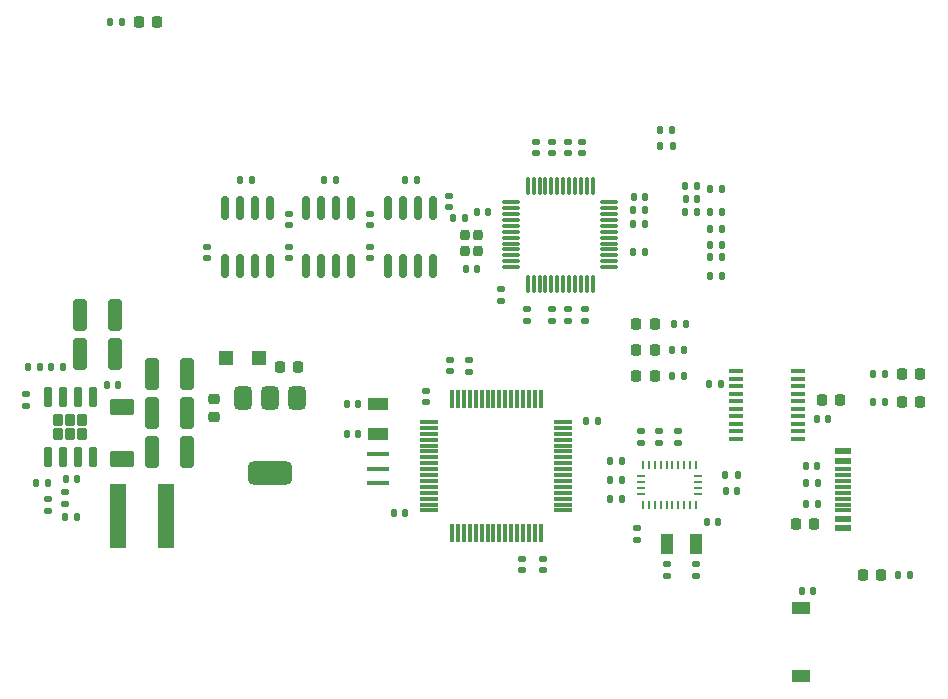
<source format=gbr>
%TF.GenerationSoftware,KiCad,Pcbnew,9.0.6-9.0.6~ubuntu22.04.1*%
%TF.CreationDate,2025-12-31T09:15:03+09:00*%
%TF.ProjectId,GN10Mainboard,474e3130-4d61-4696-9e62-6f6172642e6b,rev?*%
%TF.SameCoordinates,Original*%
%TF.FileFunction,Paste,Top*%
%TF.FilePolarity,Positive*%
%FSLAX46Y46*%
G04 Gerber Fmt 4.6, Leading zero omitted, Abs format (unit mm)*
G04 Created by KiCad (PCBNEW 9.0.6-9.0.6~ubuntu22.04.1) date 2025-12-31 09:15:03*
%MOMM*%
%LPD*%
G01*
G04 APERTURE LIST*
G04 Aperture macros list*
%AMRoundRect*
0 Rectangle with rounded corners*
0 $1 Rounding radius*
0 $2 $3 $4 $5 $6 $7 $8 $9 X,Y pos of 4 corners*
0 Add a 4 corners polygon primitive as box body*
4,1,4,$2,$3,$4,$5,$6,$7,$8,$9,$2,$3,0*
0 Add four circle primitives for the rounded corners*
1,1,$1+$1,$2,$3*
1,1,$1+$1,$4,$5*
1,1,$1+$1,$6,$7*
1,1,$1+$1,$8,$9*
0 Add four rect primitives between the rounded corners*
20,1,$1+$1,$2,$3,$4,$5,0*
20,1,$1+$1,$4,$5,$6,$7,0*
20,1,$1+$1,$6,$7,$8,$9,0*
20,1,$1+$1,$8,$9,$2,$3,0*%
G04 Aperture macros list end*
%ADD10RoundRect,0.140000X0.170000X-0.140000X0.170000X0.140000X-0.170000X0.140000X-0.170000X-0.140000X0*%
%ADD11RoundRect,0.140000X-0.140000X-0.170000X0.140000X-0.170000X0.140000X0.170000X-0.140000X0.170000X0*%
%ADD12RoundRect,0.140000X0.140000X0.170000X-0.140000X0.170000X-0.140000X-0.170000X0.140000X-0.170000X0*%
%ADD13RoundRect,0.200000X-0.200000X0.250000X-0.200000X-0.250000X0.200000X-0.250000X0.200000X0.250000X0*%
%ADD14RoundRect,0.140000X-0.170000X0.140000X-0.170000X-0.140000X0.170000X-0.140000X0.170000X0.140000X0*%
%ADD15RoundRect,0.250000X0.325000X1.100000X-0.325000X1.100000X-0.325000X-1.100000X0.325000X-1.100000X0*%
%ADD16RoundRect,0.135000X-0.135000X-0.185000X0.135000X-0.185000X0.135000X0.185000X-0.135000X0.185000X0*%
%ADD17RoundRect,0.075000X-0.700000X-0.075000X0.700000X-0.075000X0.700000X0.075000X-0.700000X0.075000X0*%
%ADD18RoundRect,0.075000X-0.075000X-0.700000X0.075000X-0.700000X0.075000X0.700000X-0.075000X0.700000X0*%
%ADD19RoundRect,0.150000X0.150000X-0.825000X0.150000X0.825000X-0.150000X0.825000X-0.150000X-0.825000X0*%
%ADD20RoundRect,0.225000X0.225000X0.250000X-0.225000X0.250000X-0.225000X-0.250000X0.225000X-0.250000X0*%
%ADD21RoundRect,0.222500X-0.222500X0.297500X-0.222500X-0.297500X0.222500X-0.297500X0.222500X0.297500X0*%
%ADD22RoundRect,0.150000X-0.150000X0.737500X-0.150000X-0.737500X0.150000X-0.737500X0.150000X0.737500X0*%
%ADD23R,1.200000X1.200000*%
%ADD24R,1.000000X1.800000*%
%ADD25RoundRect,0.135000X0.185000X-0.135000X0.185000X0.135000X-0.185000X0.135000X-0.185000X-0.135000X0*%
%ADD26RoundRect,0.135000X0.135000X0.185000X-0.135000X0.185000X-0.135000X-0.185000X0.135000X-0.185000X0*%
%ADD27RoundRect,0.218750X0.218750X0.256250X-0.218750X0.256250X-0.218750X-0.256250X0.218750X-0.256250X0*%
%ADD28RoundRect,0.075000X0.662500X0.075000X-0.662500X0.075000X-0.662500X-0.075000X0.662500X-0.075000X0*%
%ADD29RoundRect,0.075000X0.075000X0.662500X-0.075000X0.662500X-0.075000X-0.662500X0.075000X-0.662500X0*%
%ADD30RoundRect,0.250000X-0.325000X-1.100000X0.325000X-1.100000X0.325000X1.100000X-0.325000X1.100000X0*%
%ADD31RoundRect,0.135000X-0.185000X0.135000X-0.185000X-0.135000X0.185000X-0.135000X0.185000X0.135000X0*%
%ADD32R,1.900000X0.400000*%
%ADD33R,1.450000X0.600000*%
%ADD34R,1.450000X0.300000*%
%ADD35RoundRect,0.225000X-0.225000X-0.250000X0.225000X-0.250000X0.225000X0.250000X-0.225000X0.250000X0*%
%ADD36RoundRect,0.218750X-0.218750X-0.256250X0.218750X-0.256250X0.218750X0.256250X-0.218750X0.256250X0*%
%ADD37R,1.800000X1.000000*%
%ADD38RoundRect,0.375000X-0.375000X0.625000X-0.375000X-0.625000X0.375000X-0.625000X0.375000X0.625000X0*%
%ADD39RoundRect,0.500000X-1.400000X0.500000X-1.400000X-0.500000X1.400000X-0.500000X1.400000X0.500000X0*%
%ADD40RoundRect,0.250000X0.800000X-0.450000X0.800000X0.450000X-0.800000X0.450000X-0.800000X-0.450000X0*%
%ADD41R,1.200000X0.400000*%
%ADD42R,0.254000X0.675000*%
%ADD43R,0.675000X0.254000*%
%ADD44R,1.600000X1.050000*%
%ADD45RoundRect,0.250000X-0.465000X-2.500000X0.465000X-2.500000X0.465000X2.500000X-0.465000X2.500000X0*%
%ADD46RoundRect,0.225000X-0.250000X0.225000X-0.250000X-0.225000X0.250000X-0.225000X0.250000X0.225000X0*%
G04 APERTURE END LIST*
D10*
%TO.C,C36*%
X176072500Y-103577500D03*
X176072500Y-102617500D03*
%TD*%
D11*
%TO.C,C13*%
X136190000Y-134400000D03*
X137150000Y-134400000D03*
%TD*%
D12*
%TO.C,C27*%
X199880000Y-130100000D03*
X198920000Y-130100000D03*
%TD*%
D13*
%TO.C,Y3*%
X170050000Y-110500000D03*
X171150000Y-110500000D03*
X170050000Y-111900000D03*
X171150000Y-111900000D03*
%TD*%
D14*
%TO.C,C7*%
X174900000Y-137920000D03*
X174900000Y-138880000D03*
%TD*%
D15*
%TO.C,C16*%
X146475000Y-125600000D03*
X143525000Y-125600000D03*
%TD*%
D16*
%TO.C,R45*%
X158090000Y-105875000D03*
X159110000Y-105875000D03*
%TD*%
D17*
%TO.C,U4*%
X167025000Y-126350000D03*
X167025000Y-126850000D03*
X167025000Y-127350000D03*
X167025000Y-127850000D03*
X167025000Y-128350000D03*
X167025000Y-128850000D03*
X167025000Y-129350000D03*
X167025000Y-129850000D03*
X167025000Y-130350000D03*
X167025000Y-130850000D03*
X167025000Y-131350000D03*
X167025000Y-131850000D03*
X167025000Y-132350000D03*
X167025000Y-132850000D03*
X167025000Y-133350000D03*
X167025000Y-133850000D03*
D18*
X168950000Y-135775000D03*
X169450000Y-135775000D03*
X169950000Y-135775000D03*
X170450000Y-135775000D03*
X170950000Y-135775000D03*
X171450000Y-135775000D03*
X171950000Y-135775000D03*
X172450000Y-135775000D03*
X172950000Y-135775000D03*
X173450000Y-135775000D03*
X173950000Y-135775000D03*
X174450000Y-135775000D03*
X174950000Y-135775000D03*
X175450000Y-135775000D03*
X175950000Y-135775000D03*
X176450000Y-135775000D03*
D17*
X178375000Y-133850000D03*
X178375000Y-133350000D03*
X178375000Y-132850000D03*
X178375000Y-132350000D03*
X178375000Y-131850000D03*
X178375000Y-131350000D03*
X178375000Y-130850000D03*
X178375000Y-130350000D03*
X178375000Y-129850000D03*
X178375000Y-129350000D03*
X178375000Y-128850000D03*
X178375000Y-128350000D03*
X178375000Y-127850000D03*
X178375000Y-127350000D03*
X178375000Y-126850000D03*
X178375000Y-126350000D03*
D18*
X176450000Y-124425000D03*
X175950000Y-124425000D03*
X175450000Y-124425000D03*
X174950000Y-124425000D03*
X174450000Y-124425000D03*
X173950000Y-124425000D03*
X173450000Y-124425000D03*
X172950000Y-124425000D03*
X172450000Y-124425000D03*
X171950000Y-124425000D03*
X171450000Y-124425000D03*
X170950000Y-124425000D03*
X170450000Y-124425000D03*
X169950000Y-124425000D03*
X169450000Y-124425000D03*
X168950000Y-124425000D03*
%TD*%
D11*
%TO.C,C30*%
X184320000Y-107300000D03*
X185280000Y-107300000D03*
%TD*%
D19*
%TO.C,U5*%
X149695000Y-113175000D03*
X150965000Y-113175000D03*
X152235000Y-113175000D03*
X153505000Y-113175000D03*
X153505000Y-108225000D03*
X152235000Y-108225000D03*
X150965000Y-108225000D03*
X149695000Y-108225000D03*
%TD*%
D20*
%TO.C,C41*%
X199575000Y-135000000D03*
X198025000Y-135000000D03*
%TD*%
D16*
%TO.C,R8*%
X187602500Y-122500000D03*
X188622500Y-122500000D03*
%TD*%
D21*
%TO.C,U1*%
X137652500Y-126162500D03*
X136622500Y-126162500D03*
X135592500Y-126162500D03*
X137652500Y-127362500D03*
X136622500Y-127362500D03*
X135592500Y-127362500D03*
D22*
X138527500Y-124200000D03*
X137257500Y-124200000D03*
X135987500Y-124200000D03*
X134717500Y-124200000D03*
X134717500Y-129325000D03*
X135987500Y-129325000D03*
X137257500Y-129325000D03*
X138527500Y-129325000D03*
%TD*%
D12*
%TO.C,C31*%
X171980000Y-108600000D03*
X171020000Y-108600000D03*
%TD*%
D10*
%TO.C,C19*%
X155100000Y-109680000D03*
X155100000Y-108720000D03*
%TD*%
D23*
%TO.C,D1*%
X149800000Y-120900000D03*
X152600000Y-120900000D03*
%TD*%
D24*
%TO.C,Y7*%
X189600000Y-136700000D03*
X187100000Y-136700000D03*
%TD*%
D16*
%TO.C,R25*%
X186590000Y-103000000D03*
X187610000Y-103000000D03*
%TD*%
D15*
%TO.C,C18*%
X146475000Y-128900000D03*
X143525000Y-128900000D03*
%TD*%
D11*
%TO.C,C11*%
X180320000Y-126300000D03*
X181280000Y-126300000D03*
%TD*%
D25*
%TO.C,R18*%
X175300000Y-117800000D03*
X175300000Y-116780000D03*
%TD*%
D11*
%TO.C,C28*%
X184292500Y-112000000D03*
X185252500Y-112000000D03*
%TD*%
D14*
%TO.C,C24*%
X162000000Y-111520000D03*
X162000000Y-112480000D03*
%TD*%
D11*
%TO.C,C14*%
X136220000Y-131200000D03*
X137180000Y-131200000D03*
%TD*%
D16*
%TO.C,R46*%
X164990000Y-105875000D03*
X166010000Y-105875000D03*
%TD*%
D12*
%TO.C,C38*%
X191780000Y-106600000D03*
X190820000Y-106600000D03*
%TD*%
D26*
%TO.C,R28*%
X199900000Y-133300000D03*
X198880000Y-133300000D03*
%TD*%
D16*
%TO.C,R20*%
X188690000Y-106400000D03*
X189710000Y-106400000D03*
%TD*%
%TO.C,R39*%
X182280000Y-129700000D03*
X183300000Y-129700000D03*
%TD*%
D27*
%TO.C,D6*%
X186100000Y-120300000D03*
X184525000Y-120300000D03*
%TD*%
D28*
%TO.C,U8*%
X182262500Y-113250000D03*
X182262500Y-112750000D03*
X182262500Y-112250000D03*
X182262500Y-111750000D03*
X182262500Y-111250000D03*
X182262500Y-110750000D03*
X182262500Y-110250000D03*
X182262500Y-109750000D03*
X182262500Y-109250000D03*
X182262500Y-108750000D03*
X182262500Y-108250000D03*
X182262500Y-107750000D03*
D29*
X180850000Y-106337500D03*
X180350000Y-106337500D03*
X179850000Y-106337500D03*
X179350000Y-106337500D03*
X178850000Y-106337500D03*
X178350000Y-106337500D03*
X177850000Y-106337500D03*
X177350000Y-106337500D03*
X176850000Y-106337500D03*
X176350000Y-106337500D03*
X175850000Y-106337500D03*
X175350000Y-106337500D03*
D28*
X173937500Y-107750000D03*
X173937500Y-108250000D03*
X173937500Y-108750000D03*
X173937500Y-109250000D03*
X173937500Y-109750000D03*
X173937500Y-110250000D03*
X173937500Y-110750000D03*
X173937500Y-111250000D03*
X173937500Y-111750000D03*
X173937500Y-112250000D03*
X173937500Y-112750000D03*
X173937500Y-113250000D03*
D29*
X175350000Y-114662500D03*
X175850000Y-114662500D03*
X176350000Y-114662500D03*
X176850000Y-114662500D03*
X177350000Y-114662500D03*
X177850000Y-114662500D03*
X178350000Y-114662500D03*
X178850000Y-114662500D03*
X179350000Y-114662500D03*
X179850000Y-114662500D03*
X180350000Y-114662500D03*
X180850000Y-114662500D03*
%TD*%
D12*
%TO.C,C32*%
X170000000Y-109100000D03*
X169040000Y-109100000D03*
%TD*%
D30*
%TO.C,C26*%
X137427500Y-120600000D03*
X140377500Y-120600000D03*
%TD*%
D16*
%TO.C,R34*%
X182280000Y-132900000D03*
X183300000Y-132900000D03*
%TD*%
D31*
%TO.C,R4*%
X132900000Y-123990000D03*
X132900000Y-125010000D03*
%TD*%
D10*
%TO.C,C10*%
X168800000Y-122080000D03*
X168800000Y-121120000D03*
%TD*%
D32*
%TO.C,Y1*%
X162700000Y-129100000D03*
X162700000Y-130300000D03*
X162700000Y-131500000D03*
%TD*%
D16*
%TO.C,R1*%
X190790000Y-111400000D03*
X191810000Y-111400000D03*
%TD*%
D11*
%TO.C,C15*%
X139700000Y-123200000D03*
X140660000Y-123200000D03*
%TD*%
D16*
%TO.C,R10*%
X187702500Y-118100000D03*
X188722500Y-118100000D03*
%TD*%
D26*
%TO.C,R3*%
X134030000Y-121700000D03*
X133010000Y-121700000D03*
%TD*%
D14*
%TO.C,C59*%
X189600000Y-138420000D03*
X189600000Y-139380000D03*
%TD*%
D16*
%TO.C,R26*%
X186580000Y-101600000D03*
X187600000Y-101600000D03*
%TD*%
D25*
%TO.C,R15*%
X180200000Y-117810000D03*
X180200000Y-116790000D03*
%TD*%
D33*
%TO.C,J10*%
X202015000Y-135350000D03*
X202015000Y-134550000D03*
D34*
X202015000Y-133350000D03*
X202015000Y-132350000D03*
X202015000Y-131850000D03*
X202015000Y-130850000D03*
D33*
X202015000Y-129650000D03*
X202015000Y-128850000D03*
X202015000Y-128850000D03*
X202015000Y-129650000D03*
D34*
X202015000Y-130350000D03*
X202015000Y-131350000D03*
X202015000Y-132850000D03*
X202015000Y-133850000D03*
D33*
X202015000Y-134550000D03*
X202015000Y-135350000D03*
%TD*%
D11*
%TO.C,C55*%
X192120000Y-132237500D03*
X193080000Y-132237500D03*
%TD*%
D12*
%TO.C,C1*%
X191680000Y-123100000D03*
X190720000Y-123100000D03*
%TD*%
D35*
%TO.C,C25*%
X200250000Y-124500000D03*
X201800000Y-124500000D03*
%TD*%
D10*
%TO.C,C20*%
X162000000Y-109680000D03*
X162000000Y-108720000D03*
%TD*%
D31*
%TO.C,R37*%
X186500000Y-127127500D03*
X186500000Y-128147500D03*
%TD*%
D11*
%TO.C,C40*%
X190820000Y-108600000D03*
X191780000Y-108600000D03*
%TD*%
D16*
%TO.C,R35*%
X182280000Y-131300000D03*
X183300000Y-131300000D03*
%TD*%
D14*
%TO.C,C22*%
X148200000Y-111520000D03*
X148200000Y-112480000D03*
%TD*%
D25*
%TO.C,R33*%
X184600000Y-136347500D03*
X184600000Y-135327500D03*
%TD*%
D10*
%TO.C,C57*%
X188100000Y-128117500D03*
X188100000Y-127157500D03*
%TD*%
D11*
%TO.C,C56*%
X190520000Y-134837500D03*
X191480000Y-134837500D03*
%TD*%
D12*
%TO.C,C39*%
X189680000Y-107500000D03*
X188720000Y-107500000D03*
%TD*%
D14*
%TO.C,C58*%
X187100000Y-138420000D03*
X187100000Y-139380000D03*
%TD*%
D16*
%TO.C,R44*%
X150990000Y-105900000D03*
X152010000Y-105900000D03*
%TD*%
D36*
%TO.C,D9*%
X207012500Y-124700000D03*
X208587500Y-124700000D03*
%TD*%
D26*
%TO.C,R13*%
X134710000Y-131500000D03*
X133690000Y-131500000D03*
%TD*%
D11*
%TO.C,C61*%
X160020000Y-127400000D03*
X160980000Y-127400000D03*
%TD*%
D26*
%TO.C,R29*%
X205610000Y-124700000D03*
X204590000Y-124700000D03*
%TD*%
%TO.C,R6*%
X140990000Y-92500000D03*
X139970000Y-92500000D03*
%TD*%
D35*
%TO.C,C4*%
X154350000Y-121700000D03*
X155900000Y-121700000D03*
%TD*%
D25*
%TO.C,R12*%
X134700000Y-133910000D03*
X134700000Y-132890000D03*
%TD*%
%TO.C,R7*%
X170400000Y-122110000D03*
X170400000Y-121090000D03*
%TD*%
D15*
%TO.C,C17*%
X146475000Y-122300000D03*
X143525000Y-122300000D03*
%TD*%
D16*
%TO.C,R23*%
X184290000Y-108400000D03*
X185310000Y-108400000D03*
%TD*%
D10*
%TO.C,C9*%
X166700000Y-124680000D03*
X166700000Y-123720000D03*
%TD*%
D14*
%TO.C,C23*%
X155100000Y-111520000D03*
X155100000Y-112480000D03*
%TD*%
D16*
%TO.C,R9*%
X187602500Y-120300000D03*
X188622500Y-120300000D03*
%TD*%
%TO.C,R22*%
X188690000Y-108600000D03*
X189710000Y-108600000D03*
%TD*%
D10*
%TO.C,C34*%
X178772500Y-103577500D03*
X178772500Y-102617500D03*
%TD*%
D37*
%TO.C,Y6*%
X162700000Y-127350000D03*
X162700000Y-124850000D03*
%TD*%
D12*
%TO.C,C33*%
X171080000Y-113400000D03*
X170120000Y-113400000D03*
%TD*%
D19*
%TO.C,U6*%
X156595000Y-113175000D03*
X157865000Y-113175000D03*
X159135000Y-113175000D03*
X160405000Y-113175000D03*
X160405000Y-108225000D03*
X159135000Y-108225000D03*
X157865000Y-108225000D03*
X156595000Y-108225000D03*
%TD*%
D11*
%TO.C,C29*%
X184292500Y-109600000D03*
X185252500Y-109600000D03*
%TD*%
D31*
%TO.C,R11*%
X136200000Y-132290000D03*
X136200000Y-133310000D03*
%TD*%
D16*
%TO.C,R24*%
X190790000Y-114000000D03*
X191810000Y-114000000D03*
%TD*%
D19*
%TO.C,U7*%
X163495000Y-113175000D03*
X164765000Y-113175000D03*
X166035000Y-113175000D03*
X167305000Y-113175000D03*
X167305000Y-108225000D03*
X166035000Y-108225000D03*
X164765000Y-108225000D03*
X163495000Y-108225000D03*
%TD*%
D38*
%TO.C,U2*%
X155800000Y-124350000D03*
X153500000Y-124350000D03*
D39*
X153500000Y-130650000D03*
D38*
X151200000Y-124350000D03*
%TD*%
D10*
%TO.C,C35*%
X179972500Y-103577500D03*
X179972500Y-102617500D03*
%TD*%
D27*
%TO.C,D5*%
X186100000Y-122500000D03*
X184525000Y-122500000D03*
%TD*%
%TO.C,D7*%
X186100000Y-118100000D03*
X184525000Y-118100000D03*
%TD*%
D40*
%TO.C,D2*%
X141000000Y-129500000D03*
X141000000Y-125100000D03*
%TD*%
D16*
%TO.C,R5*%
X206690000Y-139300000D03*
X207710000Y-139300000D03*
%TD*%
D11*
%TO.C,C12*%
X199820000Y-126100000D03*
X200780000Y-126100000D03*
%TD*%
D41*
%TO.C,U11*%
X193000000Y-122042500D03*
X193000000Y-122677500D03*
X193000000Y-123312500D03*
X193000000Y-123947500D03*
X193000000Y-124582500D03*
X193000000Y-125217500D03*
X193000000Y-125852500D03*
X193000000Y-126487500D03*
X193000000Y-127122500D03*
X193000000Y-127757500D03*
X198200000Y-127757500D03*
X198200000Y-127122500D03*
X198200000Y-126487500D03*
X198200000Y-125852500D03*
X198200000Y-125217500D03*
X198200000Y-124582500D03*
X198200000Y-123947500D03*
X198200000Y-123312500D03*
X198200000Y-122677500D03*
X198200000Y-122042500D03*
%TD*%
D14*
%TO.C,C6*%
X176600000Y-137920000D03*
X176600000Y-138880000D03*
%TD*%
D12*
%TO.C,C42*%
X191780000Y-112400000D03*
X190820000Y-112400000D03*
%TD*%
D16*
%TO.C,R21*%
X190790000Y-110000000D03*
X191810000Y-110000000D03*
%TD*%
D36*
%TO.C,D8*%
X207012500Y-122300000D03*
X208587500Y-122300000D03*
%TD*%
D25*
%TO.C,R16*%
X178800000Y-117810000D03*
X178800000Y-116790000D03*
%TD*%
D10*
%TO.C,C21*%
X168700000Y-108180000D03*
X168700000Y-107220000D03*
%TD*%
D42*
%TO.C,U10*%
X189600000Y-133362500D03*
D43*
X189737500Y-132450000D03*
X189737500Y-131950000D03*
X189737500Y-131450000D03*
X189737500Y-130950000D03*
D42*
X189600000Y-130037500D03*
X189100000Y-130037500D03*
X188600000Y-130037500D03*
X188100000Y-130037500D03*
X187600000Y-130037500D03*
X187100000Y-130037500D03*
X186600000Y-130037500D03*
X186100000Y-130037500D03*
X185600000Y-130037500D03*
X185100000Y-130037500D03*
D43*
X184962500Y-130950000D03*
X184962500Y-131450000D03*
X184962500Y-131950000D03*
X184962500Y-132450000D03*
D42*
X185100000Y-133362500D03*
X185600000Y-133362500D03*
X186100000Y-133362500D03*
X186600000Y-133362500D03*
X187100000Y-133362500D03*
X187600000Y-133362500D03*
X188100000Y-133362500D03*
X188600000Y-133362500D03*
X189100000Y-133362500D03*
%TD*%
D26*
%TO.C,R27*%
X199910000Y-131500000D03*
X198890000Y-131500000D03*
%TD*%
D25*
%TO.C,R17*%
X177400000Y-117810000D03*
X177400000Y-116790000D03*
%TD*%
D30*
%TO.C,C2*%
X137425000Y-117300000D03*
X140375000Y-117300000D03*
%TD*%
D26*
%TO.C,R36*%
X193110000Y-130837500D03*
X192090000Y-130837500D03*
%TD*%
D44*
%TO.C,SW1*%
X198500000Y-142125000D03*
X198500000Y-147875000D03*
%TD*%
D36*
%TO.C,D4*%
X142400000Y-92500000D03*
X143975000Y-92500000D03*
%TD*%
D27*
%TO.C,D3*%
X205290000Y-139300000D03*
X203715000Y-139300000D03*
%TD*%
D26*
%TO.C,R2*%
X136010000Y-121700000D03*
X134990000Y-121700000D03*
%TD*%
D10*
%TO.C,C37*%
X177372500Y-103577500D03*
X177372500Y-102617500D03*
%TD*%
D26*
%TO.C,R14*%
X205610000Y-122300000D03*
X204590000Y-122300000D03*
%TD*%
D31*
%TO.C,R38*%
X184900000Y-127127500D03*
X184900000Y-128147500D03*
%TD*%
D45*
%TO.C,L3*%
X140680000Y-134300000D03*
X144720000Y-134300000D03*
%TD*%
D25*
%TO.C,R19*%
X173100000Y-116110000D03*
X173100000Y-115090000D03*
%TD*%
D11*
%TO.C,C60*%
X160020000Y-124800000D03*
X160980000Y-124800000D03*
%TD*%
%TO.C,C5*%
X198540000Y-140700000D03*
X199500000Y-140700000D03*
%TD*%
D46*
%TO.C,C3*%
X148800000Y-124425000D03*
X148800000Y-125975000D03*
%TD*%
D12*
%TO.C,C8*%
X164980000Y-134100000D03*
X164020000Y-134100000D03*
%TD*%
M02*

</source>
